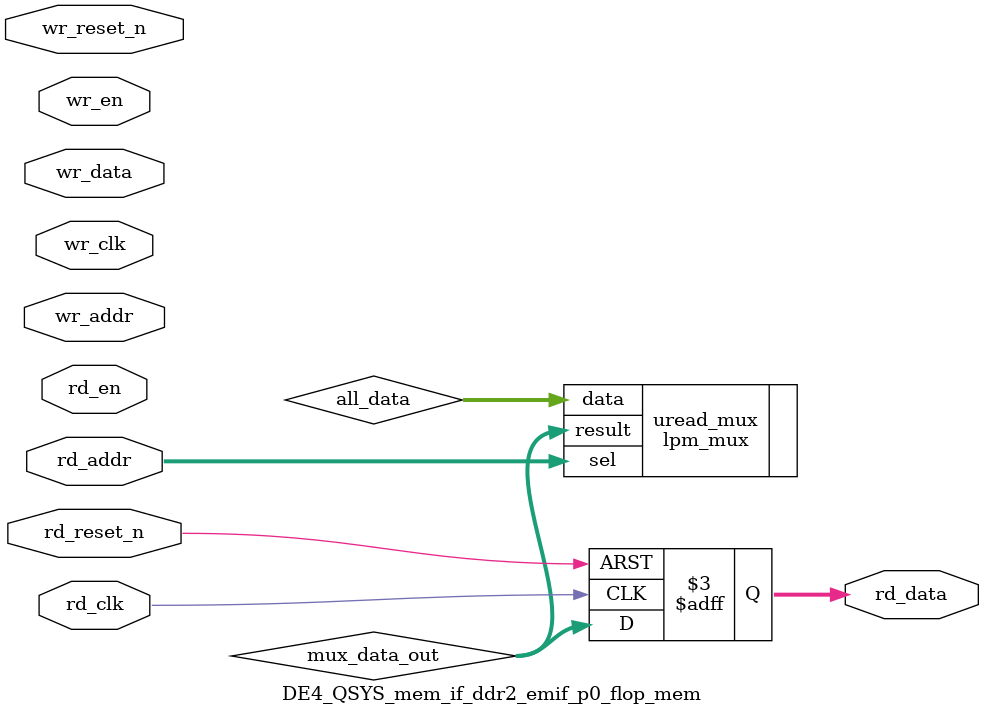
<source format=v>



`timescale 1 ps / 1 ps

(* altera_attribute = "-name ALLOW_SYNCH_CTRL_USAGE ON;-name AUTO_CLOCK_ENABLE_RECOGNITION ON" *)
module DE4_QSYS_mem_if_ddr2_emif_p0_flop_mem(
	wr_reset_n,
	wr_clk,
	wr_en,
	wr_addr,
	wr_data,
	rd_reset_n,
	rd_clk,
	rd_en,
	rd_addr,
	rd_data
);

parameter WRITE_MEM_DEPTH	= "";
parameter WRITE_ADDR_WIDTH	= "";
parameter WRITE_DATA_WIDTH	= "";
parameter READ_MEM_DEPTH	= "";
parameter READ_ADDR_WIDTH	= "";		 
parameter READ_DATA_WIDTH	= "";


input	wr_reset_n;
input	wr_clk;
input	wr_en;
input	[WRITE_ADDR_WIDTH-1:0] wr_addr;
input	[WRITE_DATA_WIDTH-1:0] wr_data;
input	rd_reset_n;
input	rd_clk;
input	rd_en;
input	[READ_ADDR_WIDTH-1:0] rd_addr;
output	[READ_DATA_WIDTH-1:0] rd_data;



wire	[WRITE_DATA_WIDTH*WRITE_MEM_DEPTH-1:0] all_data;
wire	[READ_DATA_WIDTH-1:0] mux_data_out;



// declare a memory with WRITE_MEM_DEPTH entries
// each entry contains a data size of WRITE_DATA_WIDTH
reg	[WRITE_DATA_WIDTH-1:0] data_stored [0:WRITE_MEM_DEPTH-1] /* synthesis syn_preserve = 1 */;
reg	[READ_DATA_WIDTH-1:0] rd_data;

generate
genvar entry;
	for (entry=0; entry < WRITE_MEM_DEPTH; entry=entry+1)
	begin: mem_location
		assign all_data[(WRITE_DATA_WIDTH*(entry+1)-1) : (WRITE_DATA_WIDTH*entry)] = data_stored[entry]; 
		
		always @(posedge wr_clk or negedge wr_reset_n)
		begin
			if (~wr_reset_n) begin
				data_stored[entry] <= {WRITE_DATA_WIDTH{1'b0}};
			end else begin
				if (wr_en) begin
					if (entry == wr_addr) begin
						data_stored[entry] <= wr_data;
					end
				end
			end
		end		
	end
endgenerate

// mux to select the correct output data based on read address
lpm_mux	uread_mux(
	.sel (rd_addr),
	.data (all_data),
	.result (mux_data_out)
	// synopsys translate_off
	,
	.aclr (),
	.clken (),
	.clock ()
	// synopsys translate_on
	);
 defparam uread_mux.lpm_size = READ_MEM_DEPTH;
 defparam uread_mux.lpm_type = "LPM_MUX";
 defparam uread_mux.lpm_width = READ_DATA_WIDTH;
 defparam uread_mux.lpm_widths = READ_ADDR_WIDTH;

always @(posedge rd_clk or negedge rd_reset_n)	
begin
	if (~rd_reset_n) begin
		rd_data <= {READ_DATA_WIDTH{1'b0}};
	end else begin
		rd_data <= mux_data_out;
	end
end

endmodule

</source>
